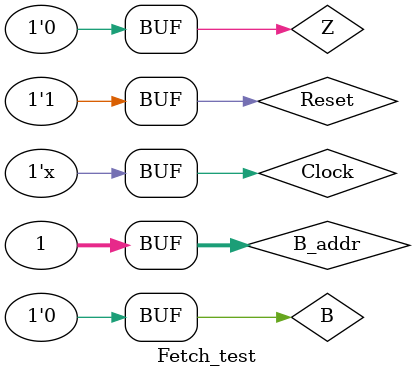
<source format=v>
`timescale 1ns / 1ps


module Fetch_test;

	// Inputs
	reg B;
	reg Z;
	reg Reset;
	reg Clock;
	reg [31:0] B_addr;

	// Outputs
	wire [31:0] addr;

	// Instantiate the Unit Under Test (UUT)
	Fetch uut (
		.B(B), 
		.Z(Z), 
		.Reset(Reset), 
		.Clock(Clock), 
		.B_addr(B_addr), 
		.addr(addr)
	);

	initial begin
		// Initialize Inputs
		B = 0;
		Z = 0;
		Reset = 0;//复位地址
		Clock = 1;
		B_addr = 0;
		// Wait 100 ns for global reset to finish
		#50;
		B = 1;
		Z = 1;//进行跳转指令
		Reset = 1;//复位不使能
		B_addr = 1;//地址再加4
		#100;
		B = 0;
		Z = 0;
		Reset = 0;//复位地址
		#50;
		Reset = 1;//让地址自增
	end
	always #25 Clock = !Clock;
      
endmodule


</source>
